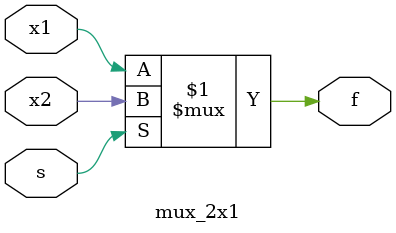
<source format=v>
`timescale 1ns / 1ps

// Author : Venu Pabbuleti 
// ID     : N180116
//Branch  : ECE
//Project : RTL design using Verilog
//Design  : 4x1 MUX Using 2x1 MUX
//Module  : mux_2x1
//RGUKT NUZVID 
//////////////////////////////////////////////////////////////////////////////////


module mux_2x1(x1,x2,s,f);
input x1,x2,s;
output f;
assign f = s?(x2):(x1);
endmodule

</source>
